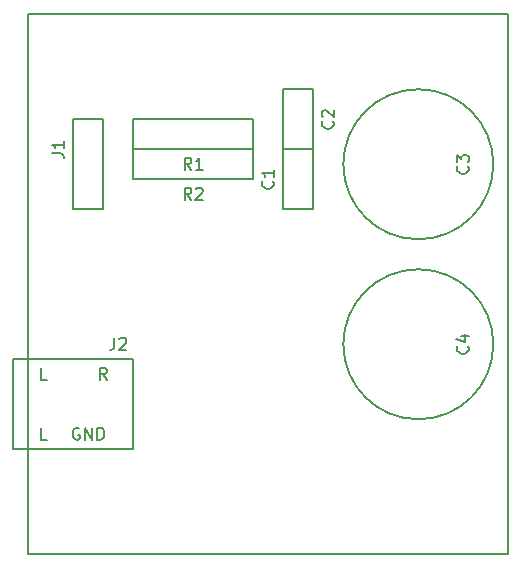
<source format=gbr>
G04 #@! TF.FileFunction,Legend,Top*
%FSLAX46Y46*%
G04 Gerber Fmt 4.6, Leading zero omitted, Abs format (unit mm)*
G04 Created by KiCad (PCBNEW 4.0.7) date 10/02/18 19:48:28*
%MOMM*%
%LPD*%
G01*
G04 APERTURE LIST*
%ADD10C,0.100000*%
%ADD11C,0.200000*%
%ADD12C,0.150000*%
G04 APERTURE END LIST*
D10*
D11*
X184150000Y-72390000D02*
X143510000Y-72390000D01*
X184150000Y-118110000D02*
X184150000Y-72390000D01*
X143510000Y-118110000D02*
X184150000Y-118110000D01*
X143510000Y-72390000D02*
X143510000Y-118110000D01*
D12*
X167640000Y-83820000D02*
X165100000Y-83820000D01*
X165100000Y-83820000D02*
X165100000Y-88900000D01*
X165100000Y-88900000D02*
X167640000Y-88900000D01*
X167640000Y-88900000D02*
X167640000Y-83820000D01*
X165100000Y-83820000D02*
X167640000Y-83820000D01*
X167640000Y-83820000D02*
X167640000Y-78740000D01*
X167640000Y-78740000D02*
X165100000Y-78740000D01*
X165100000Y-78740000D02*
X165100000Y-83820000D01*
X182880000Y-85090000D02*
G75*
G03X182880000Y-85090000I-6350000J0D01*
G01*
X182880000Y-100330000D02*
G75*
G03X182880000Y-100330000I-6350000J0D01*
G01*
X149860000Y-81280000D02*
X149860000Y-88900000D01*
X149860000Y-88900000D02*
X147320000Y-88900000D01*
X147320000Y-88900000D02*
X147320000Y-81280000D01*
X149860000Y-81280000D02*
X147320000Y-81280000D01*
X162560000Y-83820000D02*
X152400000Y-83820000D01*
X162560000Y-83820000D02*
X162560000Y-81280000D01*
X162560000Y-81280000D02*
X152400000Y-81280000D01*
X152400000Y-81280000D02*
X152400000Y-83820000D01*
X162560000Y-86360000D02*
X152400000Y-86360000D01*
X162560000Y-86360000D02*
X162560000Y-83820000D01*
X162560000Y-83820000D02*
X152400000Y-83820000D01*
X152400000Y-83820000D02*
X152400000Y-86360000D01*
X152400000Y-101600000D02*
X142240000Y-101600000D01*
X142240000Y-101600000D02*
X142240000Y-109220000D01*
X142240000Y-109220000D02*
X152400000Y-109220000D01*
X152400000Y-109220000D02*
X152400000Y-101600000D01*
X164187143Y-86526666D02*
X164234762Y-86574285D01*
X164282381Y-86717142D01*
X164282381Y-86812380D01*
X164234762Y-86955238D01*
X164139524Y-87050476D01*
X164044286Y-87098095D01*
X163853810Y-87145714D01*
X163710952Y-87145714D01*
X163520476Y-87098095D01*
X163425238Y-87050476D01*
X163330000Y-86955238D01*
X163282381Y-86812380D01*
X163282381Y-86717142D01*
X163330000Y-86574285D01*
X163377619Y-86526666D01*
X164282381Y-85574285D02*
X164282381Y-86145714D01*
X164282381Y-85860000D02*
X163282381Y-85860000D01*
X163425238Y-85955238D01*
X163520476Y-86050476D01*
X163568095Y-86145714D01*
X169267143Y-81446666D02*
X169314762Y-81494285D01*
X169362381Y-81637142D01*
X169362381Y-81732380D01*
X169314762Y-81875238D01*
X169219524Y-81970476D01*
X169124286Y-82018095D01*
X168933810Y-82065714D01*
X168790952Y-82065714D01*
X168600476Y-82018095D01*
X168505238Y-81970476D01*
X168410000Y-81875238D01*
X168362381Y-81732380D01*
X168362381Y-81637142D01*
X168410000Y-81494285D01*
X168457619Y-81446666D01*
X168457619Y-81065714D02*
X168410000Y-81018095D01*
X168362381Y-80922857D01*
X168362381Y-80684761D01*
X168410000Y-80589523D01*
X168457619Y-80541904D01*
X168552857Y-80494285D01*
X168648095Y-80494285D01*
X168790952Y-80541904D01*
X169362381Y-81113333D01*
X169362381Y-80494285D01*
X180697143Y-85256666D02*
X180744762Y-85304285D01*
X180792381Y-85447142D01*
X180792381Y-85542380D01*
X180744762Y-85685238D01*
X180649524Y-85780476D01*
X180554286Y-85828095D01*
X180363810Y-85875714D01*
X180220952Y-85875714D01*
X180030476Y-85828095D01*
X179935238Y-85780476D01*
X179840000Y-85685238D01*
X179792381Y-85542380D01*
X179792381Y-85447142D01*
X179840000Y-85304285D01*
X179887619Y-85256666D01*
X179792381Y-84923333D02*
X179792381Y-84304285D01*
X180173333Y-84637619D01*
X180173333Y-84494761D01*
X180220952Y-84399523D01*
X180268571Y-84351904D01*
X180363810Y-84304285D01*
X180601905Y-84304285D01*
X180697143Y-84351904D01*
X180744762Y-84399523D01*
X180792381Y-84494761D01*
X180792381Y-84780476D01*
X180744762Y-84875714D01*
X180697143Y-84923333D01*
X180697143Y-100496666D02*
X180744762Y-100544285D01*
X180792381Y-100687142D01*
X180792381Y-100782380D01*
X180744762Y-100925238D01*
X180649524Y-101020476D01*
X180554286Y-101068095D01*
X180363810Y-101115714D01*
X180220952Y-101115714D01*
X180030476Y-101068095D01*
X179935238Y-101020476D01*
X179840000Y-100925238D01*
X179792381Y-100782380D01*
X179792381Y-100687142D01*
X179840000Y-100544285D01*
X179887619Y-100496666D01*
X180125714Y-99639523D02*
X180792381Y-99639523D01*
X179744762Y-99877619D02*
X180459048Y-100115714D01*
X180459048Y-99496666D01*
X145502381Y-84153333D02*
X146216667Y-84153333D01*
X146359524Y-84200953D01*
X146454762Y-84296191D01*
X146502381Y-84439048D01*
X146502381Y-84534286D01*
X146502381Y-83153333D02*
X146502381Y-83724762D01*
X146502381Y-83439048D02*
X145502381Y-83439048D01*
X145645238Y-83534286D01*
X145740476Y-83629524D01*
X145788095Y-83724762D01*
X157313334Y-85542381D02*
X156980000Y-85066190D01*
X156741905Y-85542381D02*
X156741905Y-84542381D01*
X157122858Y-84542381D01*
X157218096Y-84590000D01*
X157265715Y-84637619D01*
X157313334Y-84732857D01*
X157313334Y-84875714D01*
X157265715Y-84970952D01*
X157218096Y-85018571D01*
X157122858Y-85066190D01*
X156741905Y-85066190D01*
X158265715Y-85542381D02*
X157694286Y-85542381D01*
X157980000Y-85542381D02*
X157980000Y-84542381D01*
X157884762Y-84685238D01*
X157789524Y-84780476D01*
X157694286Y-84828095D01*
X157313334Y-88082381D02*
X156980000Y-87606190D01*
X156741905Y-88082381D02*
X156741905Y-87082381D01*
X157122858Y-87082381D01*
X157218096Y-87130000D01*
X157265715Y-87177619D01*
X157313334Y-87272857D01*
X157313334Y-87415714D01*
X157265715Y-87510952D01*
X157218096Y-87558571D01*
X157122858Y-87606190D01*
X156741905Y-87606190D01*
X157694286Y-87177619D02*
X157741905Y-87130000D01*
X157837143Y-87082381D01*
X158075239Y-87082381D01*
X158170477Y-87130000D01*
X158218096Y-87177619D01*
X158265715Y-87272857D01*
X158265715Y-87368095D01*
X158218096Y-87510952D01*
X157646667Y-88082381D01*
X158265715Y-88082381D01*
X150796667Y-99782381D02*
X150796667Y-100496667D01*
X150749047Y-100639524D01*
X150653809Y-100734762D01*
X150510952Y-100782381D01*
X150415714Y-100782381D01*
X151225238Y-99877619D02*
X151272857Y-99830000D01*
X151368095Y-99782381D01*
X151606191Y-99782381D01*
X151701429Y-99830000D01*
X151749048Y-99877619D01*
X151796667Y-99972857D01*
X151796667Y-100068095D01*
X151749048Y-100210952D01*
X151177619Y-100782381D01*
X151796667Y-100782381D01*
X150169524Y-103322381D02*
X149836190Y-102846190D01*
X149598095Y-103322381D02*
X149598095Y-102322381D01*
X149979048Y-102322381D01*
X150074286Y-102370000D01*
X150121905Y-102417619D01*
X150169524Y-102512857D01*
X150169524Y-102655714D01*
X150121905Y-102750952D01*
X150074286Y-102798571D01*
X149979048Y-102846190D01*
X149598095Y-102846190D01*
X147828096Y-107450000D02*
X147732858Y-107402381D01*
X147590001Y-107402381D01*
X147447143Y-107450000D01*
X147351905Y-107545238D01*
X147304286Y-107640476D01*
X147256667Y-107830952D01*
X147256667Y-107973810D01*
X147304286Y-108164286D01*
X147351905Y-108259524D01*
X147447143Y-108354762D01*
X147590001Y-108402381D01*
X147685239Y-108402381D01*
X147828096Y-108354762D01*
X147875715Y-108307143D01*
X147875715Y-107973810D01*
X147685239Y-107973810D01*
X148304286Y-108402381D02*
X148304286Y-107402381D01*
X148875715Y-108402381D01*
X148875715Y-107402381D01*
X149351905Y-108402381D02*
X149351905Y-107402381D01*
X149590000Y-107402381D01*
X149732858Y-107450000D01*
X149828096Y-107545238D01*
X149875715Y-107640476D01*
X149923334Y-107830952D01*
X149923334Y-107973810D01*
X149875715Y-108164286D01*
X149828096Y-108259524D01*
X149732858Y-108354762D01*
X149590000Y-108402381D01*
X149351905Y-108402381D01*
X145089524Y-108402381D02*
X144613333Y-108402381D01*
X144613333Y-107402381D01*
X145089524Y-103322381D02*
X144613333Y-103322381D01*
X144613333Y-102322381D01*
M02*

</source>
